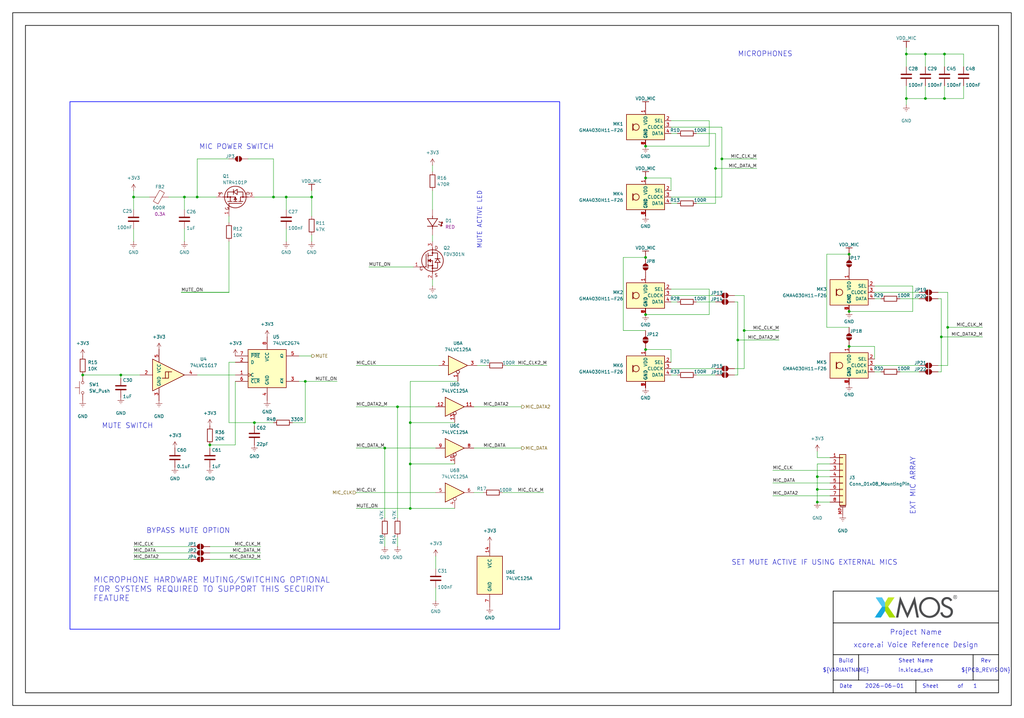
<source format=kicad_sch>
(kicad_sch (version 20231120) (generator "eeschema") (generator_version "8.0")
  (paper "User" 408.94 287.02)
  (title_block (title "xcore.ai Voice Reference Design") (rev "1V0"))
  (junction (at 48.26 149.86))
  (junction (at 377.19 21.59))
  (junction (at 375.92 134.62))
  (junction (at 257.81 71.12))
  (junction (at 101.6 168.91))
  (junction (at 288.29 63.5))
  (junction (at 163.83 185.42))
  (junction (at 158.75 162.56))
  (junction (at 257.81 102.87))
  (junction (at 378.46 130.81))
  (junction (at 339.09 124.46))
  (junction (at 361.95 39.37))
  (junction (at 124.46 78.74))
  (junction (at 163.83 203.2))
  (junction (at 369.57 39.37))
  (junction (at 163.83 168.91))
  (junction (at 294.64 135.89))
  (junction (at 326.39 200.66))
  (junction (at 339.09 101.6))
  (junction (at 83.82 177.8))
  (junction (at 377.19 39.37))
  (junction (at 326.39 190.5))
  (junction (at 339.09 138.43))
  (junction (at 257.81 58.42))
  (junction (at 326.39 195.58))
  (junction (at 361.95 21.59))
  (junction (at 114.3 78.74))
  (junction (at 285.75 67.31))
  (junction (at 369.57 21.59))
  (junction (at 109.22 78.74))
  (junction (at 73.66 78.74))
  (junction (at 297.18 132.08))
  (junction (at 257.81 125.73))
  (junction (at 153.67 179.07))
  (junction (at 121.92 152.4))
  (junction (at 53.34 78.74))
  (junction (at 78.74 78.74))
  (junction (at 257.81 139.7))
  (junction (at 33.02 149.86))
  (wire (pts (xy 248.92 132.08) (xy 257.81 132.08)))
  (wire (pts (xy 153.67 179.07) (xy 153.67 207.01)))
  (wire (pts (xy 267.97 118.11) (xy 285.75 118.11)))
  (wire (pts (xy 173.99 222.25) (xy 173.99 227.33)))
  (wire (pts (xy 142.24 146.05) (xy 175.26 146.05)))
  (wire (pts (xy 364.49 114.3) (xy 364.49 124.46)))
  (wire (pts (xy 326.39 195.58) (xy 331.47 195.58)))
  (wire (pts (xy 83.82 177.8) (xy 93.98 177.8)))
  (wire (pts (xy 91.44 96.52) (xy 91.44 116.84)))
  (wire (pts (xy 374.65 116.84) (xy 378.46 116.84)))
  (wire (pts (xy 142.24 196.85) (xy 173.99 196.85)))
  (wire (pts (xy 367.03 148.59) (xy 359.41 148.59)))
  (wire (pts (xy 158.75 162.56) (xy 158.75 207.01)))
  (wire (pts (xy 101.6 168.91) (xy 109.22 168.91)))
  (wire (pts (xy 83.82 220.98) (xy 104.14 220.98)))
  (wire (pts (xy 326.39 200.66) (xy 331.47 200.66)))
  (wire (pts (xy 114.3 91.44) (xy 114.3 96.52)))
  (wire (pts (xy 288.29 50.8) (xy 288.29 63.5)))
  (wire (pts (xy 330.2 101.6) (xy 330.2 130.81)))
  (wire (pts (xy 283.21 125.73) (xy 257.81 125.73)))
  (wire (pts (xy 326.39 195.58) (xy 326.39 200.66)))
  (wire (pts (xy 172.72 111.76) (xy 172.72 114.3)))
  (wire (pts (xy 121.92 168.91) (xy 121.92 152.4)))
  (wire (pts (xy 285.75 67.31) (xy 285.75 81.28)))
  (wire (pts (xy 53.34 220.98) (xy 76.2 220.98)))
  (wire (pts (xy 190.5 146.05) (xy 194.31 146.05)))
  (wire (pts (xy 369.57 26.67) (xy 369.57 21.59)))
  (polyline (pts (xy 365.76 271.78) (xy 365.76 276.86)) (stroke (width 0.254) (type solid) (color 0 0 0 1)))
  (wire (pts (xy 48.26 149.86) (xy 55.88 149.86)))
  (wire (pts (xy 189.23 196.85) (xy 193.04 196.85)))
  (wire (pts (xy 78.74 78.74) (xy 73.66 78.74)))
  (wire (pts (xy 349.25 114.3) (xy 364.49 114.3)))
  (wire (pts (xy 378.46 146.05) (xy 374.65 146.05)))
  (wire (pts (xy 93.98 144.78) (xy 91.44 144.78)))
  (wire (pts (xy 297.18 118.11) (xy 297.18 132.08)))
  (wire (pts (xy 361.95 34.29) (xy 361.95 39.37)))
  (wire (pts (xy 375.92 119.38) (xy 374.65 119.38)))
  (wire (pts (xy 91.44 168.91) (xy 101.6 168.91)))
  (wire (pts (xy 91.44 88.9) (xy 91.44 86.36)))
  (wire (pts (xy 101.6 170.18) (xy 101.6 168.91)))
  (wire (pts (xy 48.26 149.86) (xy 48.26 151.13)))
  (wire (pts (xy 147.32 106.68) (xy 165.1 106.68)))
  (polyline (pts (xy 332.74 248.92) (xy 398.78 248.92)) (stroke (width 0.254) (type solid) (color 0 0 0 1)))
  (wire (pts (xy 270.51 149.86) (xy 267.97 149.86)))
  (wire (pts (xy 294.64 135.89) (xy 294.64 149.86)))
  (wire (pts (xy 200.66 196.85) (xy 217.17 196.85)))
  (wire (pts (xy 285.75 67.31) (xy 302.26 67.31)))
  (wire (pts (xy 248.92 102.87) (xy 248.92 132.08)))
  (wire (pts (xy 101.6 78.74) (xy 109.22 78.74)))
  (wire (pts (xy 378.46 130.81) (xy 378.46 146.05)))
  (wire (pts (xy 182.88 152.4) (xy 163.83 152.4)))
  (wire (pts (xy 267.97 144.78) (xy 267.97 139.7)))
  (wire (pts (xy 297.18 132.08) (xy 311.15 132.08)))
  (wire (pts (xy 297.18 132.08) (xy 297.18 147.32)))
  (wire (pts (xy 339.09 101.6) (xy 330.2 101.6)))
  (wire (pts (xy 288.29 63.5) (xy 288.29 78.74)))
  (wire (pts (xy 375.92 119.38) (xy 375.92 134.62)))
  (wire (pts (xy 349.25 116.84) (xy 367.03 116.84)))
  (wire (pts (xy 53.34 78.74) (xy 53.34 83.82)))
  (wire (pts (xy 267.97 71.12) (xy 257.81 71.12)))
  (wire (pts (xy 142.24 179.07) (xy 153.67 179.07)))
  (wire (pts (xy 359.41 119.38) (xy 367.03 119.38)))
  (wire (pts (xy 72.39 116.84) (xy 91.44 116.84)) (stroke (width 0.254)))
  (wire (pts (xy 378.46 130.81) (xy 392.43 130.81)))
  (wire (pts (xy 153.67 179.07) (xy 173.99 179.07)))
  (wire (pts (xy 114.3 78.74) (xy 114.3 83.82)))
  (wire (pts (xy 294.64 149.86) (xy 293.37 149.86)))
  (wire (pts (xy 201.93 146.05) (xy 218.44 146.05)))
  (wire (pts (xy 67.31 78.74) (xy 73.66 78.74)))
  (wire (pts (xy 121.92 152.4) (xy 134.62 152.4)))
  (wire (pts (xy 375.92 134.62) (xy 375.92 148.59)))
  (wire (pts (xy 48.26 149.86) (xy 33.02 149.86)))
  (wire (pts (xy 270.51 120.65) (xy 267.97 120.65)))
  (polyline (pts (xy 332.74 271.78) (xy 398.78 271.78)) (stroke (width 0.254) (type solid) (color 0 0 0 1)))
  (wire (pts (xy 267.97 115.57) (xy 283.21 115.57)))
  (wire (pts (xy 293.37 118.11) (xy 297.18 118.11)))
  (wire (pts (xy 331.47 190.5) (xy 326.39 190.5)))
  (wire (pts (xy 351.79 119.38) (xy 349.25 119.38)))
  (wire (pts (xy 377.19 34.29) (xy 377.19 39.37)))
  (wire (pts (xy 158.75 162.56) (xy 173.99 162.56)))
  (wire (pts (xy 53.34 78.74) (xy 59.69 78.74)))
  (wire (pts (xy 330.2 130.81) (xy 339.09 130.81)))
  (wire (pts (xy 124.46 93.98) (xy 124.46 96.52)))
  (wire (pts (xy 189.23 179.07) (xy 208.28 179.07)))
  (wire (pts (xy 124.46 78.74) (xy 124.46 76.2)))
  (wire (pts (xy 142.24 203.2) (xy 163.83 203.2)))
  (wire (pts (xy 361.95 21.59) (xy 361.95 26.67)))
  (wire (pts (xy 83.82 218.44) (xy 104.14 218.44)))
  (wire (pts (xy 283.21 58.42) (xy 257.81 58.42)))
  (wire (pts (xy 91.44 144.78) (xy 91.44 168.91)))
  (wire (pts (xy 326.39 182.88) (xy 331.47 182.88)))
  (wire (pts (xy 163.83 168.91) (xy 163.83 185.42)))
  (wire (pts (xy 73.66 96.52) (xy 73.66 91.44)))
  (wire (pts (xy 326.39 180.34) (xy 326.39 182.88)))
  (wire (pts (xy 172.72 76.2) (xy 172.72 83.82)))
  (polyline (pts (xy 332.74 236.22) (xy 398.78 236.22)) (stroke (width 0.254) (type solid) (color 0 0 0 1)))
  (wire (pts (xy 361.95 39.37) (xy 361.95 41.91)))
  (wire (pts (xy 91.44 63.5) (xy 78.74 63.5)))
  (wire (pts (xy 142.24 162.56) (xy 158.75 162.56)))
  (wire (pts (xy 285.75 81.28) (xy 278.13 81.28)))
  (wire (pts (xy 99.06 63.5) (xy 109.22 63.5)))
  (wire (pts (xy 172.72 66.04) (xy 172.72 68.58)))
  (wire (pts (xy 114.3 78.74) (xy 124.46 78.74)))
  (wire (pts (xy 124.46 142.24) (xy 119.38 142.24)))
  (wire (pts (xy 285.75 53.34) (xy 285.75 67.31)))
  (wire (pts (xy 297.18 147.32) (xy 293.37 147.32)))
  (wire (pts (xy 53.34 223.52) (xy 76.2 223.52)))
  (wire (pts (xy 367.03 146.05) (xy 349.25 146.05)))
  (wire (pts (xy 78.74 63.5) (xy 78.74 78.74)))
  (wire (pts (xy 377.19 39.37) (xy 384.81 39.37)))
  (wire (pts (xy 369.57 21.59) (xy 361.95 21.59)))
  (wire (pts (xy 73.66 78.74) (xy 73.66 83.82)))
  (wire (pts (xy 294.64 120.65) (xy 293.37 120.65)))
  (wire (pts (xy 163.83 168.91) (xy 181.61 168.91)))
  (wire (pts (xy 153.67 214.63) (xy 153.67 218.44)))
  (wire (pts (xy 270.51 81.28) (xy 267.97 81.28)))
  (wire (pts (xy 308.61 198.12) (xy 331.47 198.12)))
  (wire (pts (xy 267.97 50.8) (xy 288.29 50.8)))
  (wire (pts (xy 285.75 147.32) (xy 267.97 147.32)))
  (wire (pts (xy 384.81 34.29) (xy 384.81 39.37)))
  (wire (pts (xy 369.57 39.37) (xy 361.95 39.37)))
  (wire (pts (xy 173.99 234.95) (xy 173.99 240.03)))
  (polyline (pts (xy 332.74 248.92) (xy 332.74 236.22)) (stroke (width 0.254) (type solid) (color 0 0 0 1)))
  (wire (pts (xy 124.46 78.74) (xy 124.46 86.36)))
  (wire (pts (xy 375.92 148.59) (xy 374.65 148.59)))
  (wire (pts (xy 349.25 138.43) (xy 339.09 138.43)))
  (wire (pts (xy 257.81 102.87) (xy 248.92 102.87)))
  (wire (pts (xy 361.95 19.05) (xy 361.95 21.59)))
  (wire (pts (xy 349.25 143.51) (xy 349.25 138.43)))
  (wire (pts (xy 172.72 93.98) (xy 172.72 96.52)))
  (wire (pts (xy 53.34 78.74) (xy 53.34 76.2)))
  (wire (pts (xy 378.46 116.84) (xy 378.46 130.81)))
  (wire (pts (xy 83.82 179.07) (xy 83.82 177.8)))
  (wire (pts (xy 326.39 190.5) (xy 326.39 195.58)))
  (wire (pts (xy 326.39 185.42) (xy 326.39 190.5)))
  (wire (pts (xy 331.47 185.42) (xy 326.39 185.42)))
  (wire (pts (xy 288.29 78.74) (xy 267.97 78.74)))
  (wire (pts (xy 375.92 134.62) (xy 392.43 134.62)))
  (wire (pts (xy 278.13 53.34) (xy 285.75 53.34)))
  (wire (pts (xy 308.61 193.04) (xy 331.47 193.04)))
  (wire (pts (xy 369.57 34.29) (xy 369.57 39.37)))
  (wire (pts (xy 278.13 120.65) (xy 285.75 120.65)))
  (wire (pts (xy 283.21 48.26) (xy 283.21 58.42)))
  (wire (pts (xy 163.83 185.42) (xy 163.83 203.2)))
  (wire (pts (xy 53.34 91.44) (xy 53.34 96.52)))
  (wire (pts (xy 109.22 78.74) (xy 114.3 78.74)))
  (wire (pts (xy 163.83 203.2) (xy 181.61 203.2)))
  (wire (pts (xy 270.51 53.34) (xy 267.97 53.34)))
  (wire (pts (xy 163.83 185.42) (xy 181.61 185.42)))
  (wire (pts (xy 158.75 214.63) (xy 158.75 218.44)))
  (wire (pts (xy 121.92 152.4) (xy 119.38 152.4)))
  (wire (pts (xy 189.23 162.56) (xy 208.28 162.56)))
  (wire (pts (xy 93.98 149.86) (xy 78.74 149.86)))
  (wire (pts (xy 267.97 48.26) (xy 283.21 48.26)))
  (wire (pts (xy 109.22 63.5) (xy 109.22 78.74)))
  (polyline (pts (xy 332.74 261.62) (xy 398.78 261.62)) (stroke (width 0.254) (type solid) (color 0 0 0 1)))
  (wire (pts (xy 267.97 139.7) (xy 257.81 139.7)))
  (wire (pts (xy 288.29 63.5) (xy 302.26 63.5)))
  (polyline (pts (xy 342.9 261.62) (xy 342.9 271.78)) (stroke (width 0.254) (type solid) (color 0 0 0 1)))
  (wire (pts (xy 294.64 135.89) (xy 311.15 135.89)))
  (wire (pts (xy 86.36 78.74) (xy 78.74 78.74)))
  (wire (pts (xy 93.98 177.8) (xy 93.98 152.4)))
  (wire (pts (xy 53.34 218.44) (xy 76.2 218.44)))
  (wire (pts (xy 369.57 39.37) (xy 377.19 39.37)))
  (wire (pts (xy 83.82 223.52) (xy 104.14 223.52)))
  (wire (pts (xy 116.84 168.91) (xy 121.92 168.91)))
  (wire (pts (xy 369.57 21.59) (xy 377.19 21.59)))
  (polyline (pts (xy 332.74 276.86) (xy 332.74 248.92)) (stroke (width 0.254) (type solid) (color 0 0 0 1)))
  (wire (pts (xy 384.81 26.67) (xy 384.81 21.59)))
  (wire (pts (xy 285.75 149.86) (xy 278.13 149.86)))
  (wire (pts (xy 377.19 21.59) (xy 377.19 26.67)))
  (wire (pts (xy 283.21 115.57) (xy 283.21 125.73)))
  (wire (pts (xy 163.83 152.4) (xy 163.83 168.91)))
  (wire (pts (xy 351.79 148.59) (xy 349.25 148.59)))
  (wire (pts (xy 308.61 187.96) (xy 331.47 187.96)))
  (wire (pts (xy 294.64 120.65) (xy 294.64 135.89)))
  (polyline (pts (xy 388.62 261.62) (xy 388.62 271.78)) (stroke (width 0.254) (type solid) (color 0 0 0 1)))
  (wire (pts (xy 364.49 124.46) (xy 339.09 124.46)))
  (wire (pts (xy 267.97 76.2) (xy 267.97 71.12)))
  (wire (pts (xy 377.19 21.59) (xy 384.81 21.59)))
  (rectangle (start 398.78 10.16) (end 10.16 276.86) (stroke (width 0.254) (color 0 0 0 1)))
  (rectangle (start 223.52 40.64) (end 27.94 251.46) (stroke (width 0.254) (color 0 0 255 1)))
  (rectangle (start 403.86 5.08) (end 5.08 281.94) (stroke (width 0.254) (color 0 0 0 1)))
  (image (at 365.76 242.468) (scale 0.119293))
  (text_box "MICROPHONE HARDWARE MUTING/SWITCHING OPTIONAL FOR SYSTEMS REQUIRED TO SUPPORT THIS SECURITY FEATURE" (at 134.62 228.6 0) (size -99.06 17.78) (stroke (width -0.0001) (color 0 0 0 1)) (fill (type color) (color 255 255 255 1)) (effects (font (size 2.286 2.286)) (justify left top)))
  (text "Date" (at 337.82 274.32 0) (effects (font (size 1.524 1.524))))
  (text "SET MUTE ACTIVE IF USING EXTERNAL MICS" (at 292.1 226.06 0) (effects (font (size 2.032 2.032)) (justify left bottom)))
  (text "of" (at 383.54 274.32 0) (effects (font (size 1.524 1.524))))
  (text "MUTE SWITCH" (at 40.64 171.45 0) (effects (font (size 2.032 2.032)) (justify left bottom)))
  (text "${VARIANTNAME}" (at 337.82 267.97 0) (effects (font (size 1.524 1.524))))
  (text "${CURRENT_DATE}" (at 345.44 274.32 0) (effects (font (size 1.524 1.524)) (justify left)))
  (text "Sheet Name" (at 365.76 264.16 0) (effects (font (size 1.524 1.524))))
  (text "MUTE ACTIVE LED" (at 190.5 76.2 90) (effects (font (size 1.778 1.778)) (justify right top)))
  (text "${PCB_REVISION}" (at 393.7 267.97 0) (effects (font (size 1.524 1.524))))
  (text "Build" (at 337.82 264.16 0) (effects (font (size 1.524 1.524))))
  (text "Project Name" (at 365.76 254 0) (effects (font (size 2.032 2.032)) (justify bottom)))
  (text "${##}" (at 388.62 274.32 0) (effects (font (size 1.524 1.524)) (justify left)))
  (text "${#}" (at 378.46 274.32 0) (effects (font (size 1.524 1.524))))
  (text "Rev" (at 393.7 264.16 0) (effects (font (size 1.524 1.524))))
  (text "${FILENAME}" (at 365.76 267.97 0) (effects (font (size 1.524 1.524))))
  (text "BYPASS MUTE OPTION" (at 58.42 213.36 0) (effects (font (size 2.032 2.032)) (justify left bottom)))
  (text "MICROPHONES" (at 294.64 22.86 0) (effects (font (size 2.032 2.032)) (justify left bottom)))
  (text "${TITLE}" (at 365.76 259.08 0) (effects (font (size 2.032 2.032)) (justify bottom)))
  (text "Sheet" (at 368.3 274.32 0) (effects (font (size 1.524 1.524)) (justify left)))
  (text "EXT MIC ARRAY" (at 365.76 205.74 90) (effects (font (size 2.032 2.032)) (justify left bottom)))
  (text "MIC POWER SWITCH" (at 79.502 59.944 0) (effects (font (size 2.032 2.032)) (justify left bottom)))
  (label "MIC_DATA_M" (at 302.26 67.31 180))
  (label "MIC_CLK2_M" (at 218.44 146.05 180))
  (label "MIC_CLK" (at 308.61 187.96 0))
  (label "MIC_DATA" (at 193.04 179.07 0))
  (label "MIC_DATA2" (at 53.34 223.52 0))
  (label "MIC_CLK_M" (at 392.43 130.81 180))
  (label "MUTE_ON" (at 134.62 152.4 180))
  (label "MIC_DATA" (at 53.34 220.98 0))
  (label "MIC_CLK_M" (at 302.26 63.5 180))
  (label "MIC_DATA_M" (at 142.24 179.07 0))
  (label "MUTE_ON" (at 147.32 106.68 0))
  (label "MIC_DATA2_M" (at 142.24 162.56 0))
  (label "MIC_DATA2_M" (at 311.15 135.89 180))
  (label "MIC_DATA2_M" (at 104.14 223.52 180))
  (label "MIC_CLK" (at 53.34 218.44 0))
  (label "MIC_CLK_M" (at 104.14 218.44 180))
  (label "MIC_CLK" (at 142.24 196.85 0))
  (label "MUTE_ON" (at 142.24 203.2 0))
  (label "MUTE_ON" (at 72.39 116.84 0))
  (label "MIC_CLK_M" (at 311.15 132.08 180))
  (label "MIC_DATA" (at 308.61 193.04 0))
  (label "MIC_CLK_M" (at 217.17 196.85 180))
  (label "MIC_CLK" (at 142.24 146.05 0))
  (label "MIC_DATA2" (at 193.04 162.56 0))
  (label "MIC_DATA2_M" (at 392.43 134.62 180))
  (label "MIC_DATA2" (at 308.61 198.12 0))
  (label "MIC_DATA_M" (at 104.14 220.98 180))
  (hierarchical_label "MIC_CLK" (shape input) (at 142.24 196.85 180))
  (hierarchical_label "MUTE" (shape output) (at 124.46 142.24 0))
  (hierarchical_label "MIC_DATA2" (shape output) (at 208.28 162.56 0))
  (hierarchical_label "MIC_DATA" (shape output) (at 208.28 179.07 0))
  (symbol (lib_id "Device:R") (at 153.67 210.82 0) (unit 1)
    (property "Reference" "R18" (at 153.162 213.614 90) (effects (justify right bottom)))
    (property "Value" "47K" (at 153.162 207.772 90) (effects (justify left bottom)))
    (property "Footprint" "Resistor_SMD:R_0402_1005Metric" (effects (hide yes)))
    (property "Description" "Resistor" (effects (hide yes)))
    (property "ALTIUM_VALUE" "47K" (effects (hide yes)))
    (property "PART NUMBER" "STD-01-0096" (effects (hide yes)))
    (property "TOLERANCE" "1%" (effects (hide yes)))
    (property "MAX VOLTAGE" "50V" (effects (hide yes)))
    (property "MAX POWER" "63mW" (effects (hide yes)))
    (property "TEMPERATURE COEFFICIENT" "±100ppm/°C" (effects (hide yes)))
    (property "MANUFACTURER" "Yageo" (effects (hide yes)))
    (property "MANUFACTURER PART NUMBER" "RC0402FR-0747KL" (effects (hide yes)))
    (property "APPROX VOLUME COST ($)" "0.002" (effects (hide yes)))
  )
  (symbol (lib_id "Device:C") (at 83.82 182.88 0) (unit 1)
    (property "Reference" "C61" (at 84.582 180.594 0) (effects (justify left bottom)))
    (property "Value" "1uF" (at 84.582 185.674 0) (effects (justify left top)))
    (property "Footprint" "Capacitor_SMD:C_0402_1005Metric" (effects (hide yes)))
    (property "Description" "Unpolarized capacitor" (effects (hide yes)))
    (property "ALTIUM_VALUE" "1U" (effects (hide yes)))
    (property "PART NUMBER" "STD-06-0140" (effects (hide yes)))
    (property "DIELECTRIC" "X5R" (effects (hide yes)))
    (property "RATED VOLTAGE" "16V" (effects (hide yes)))
    (property "TOLERANCE" "20%" (effects (hide yes)))
    (property "MANUFACTURER" "Murata" (effects (hide yes)))
    (property "MANUFACTURER PART NUMBER" "GRM155R61C105MA12D" (effects (hide yes)))
    (property "APPROX VOLUME COST ($)" "0.011" (effects (hide yes)))
    (property "WEB SEARCH LINK" "http://www.google.com/search?q=GRM155R61C105MA12D" (effects (hide yes)))
  )
  (symbol (lib_id "Device:R") (at 274.32 53.34 90) (unit 1)
    (property "Reference" "R10" (at 271.526 51.308 90) (effects (justify left bottom)))
    (property "Value" "100R" (at 282.194 51.308 90) (effects (justify left bottom)))
    (property "Footprint" "Resistor_SMD:R_0402_1005Metric" (effects (hide yes)))
    (property "Description" "Resistor" (effects (hide yes)))
    (property "ALTIUM_VALUE" "100R" (effects (hide yes)))
    (property "PART NUMBER" "STD-01-0032" (effects (hide yes)))
    (property "TOLERANCE" "1%" (effects (hide yes)))
    (property "MAX VOLTAGE" "50V" (effects (hide yes)))
    (property "MAX POWER" "63mW" (effects (hide yes)))
    (property "TEMPERATURE COEFFICIENT" "±100ppm/°C" (effects (hide yes)))
    (property "MANUFACTURER" "Yageo" (effects (hide yes)))
    (property "MANUFACTURER PART NUMBER" "RC0402FR-07100RL" (effects (hide yes)))
    (property "APPROX VOLUME COST ($)" "0.002" (effects (hide yes)))
  )
  (symbol (lib_id "power:Earth") (at 173.99 240.03 0) (unit 1)
    (property "Reference" "#PWR0170" (effects (hide yes)))
    (property "Value" "GND" (at 173.99 244.348 0))
    (property "Description" "Power symbol creates a global label with name \"Earth\"" (effects (hide yes)))
  )
  (symbol (lib_id "Connector_Generic_MountingPin:Conn_01x08_MountingPin") (at 336.55 190.5 0) (unit 1)
    (property "Reference" "J3" (at 339.09 190.8555 0) (effects (justify left)))
    (property "Value" "Conn_01x08_MountingPin" (at 339.09 193.3955 0) (effects (justify left)))
    (property "Footprint" "Connector_FFC-FPC:Hirose_FH12-8S-0.5SH_1x08-1MP_P0.50mm_Horizontal" (effects (hide yes)))
    (property "Description" "Generic connectable mounting pin connector, single row, 01x08, script generated (kicad-library-utils/schlib/autogen/connector/)" (effects (hide yes)))
  )
  (symbol (lib_id "Signal-altium-import:VDD_MIC_BAR") (at 257.81 43.18 180) (unit 1)
    (property "Reference" "#PWR014" (effects (hide yes)))
    (property "Value" "VDD_MIC" (at 257.81 39.37 0))
  )
  (symbol (lib_id "power:Earth") (at 158.75 218.44 0) (unit 1)
    (property "Reference" "#PWR037" (effects (hide yes)))
    (property "Value" "GND" (at 158.75 222.758 0))
    (property "Description" "Power symbol creates a global label with name \"Earth\"" (effects (hide yes)))
  )
  (symbol (lib_id "Device:R") (at 91.44 92.71 0) (unit 1)
    (property "Reference" "R12" (at 92.964 92.202 0) (effects (justify left bottom)))
    (property "Value" "10K" (at 92.964 94.742 0) (effects (justify left bottom)))
    (property "Footprint" "Resistor_SMD:R_0402_1005Metric" (effects (hide yes)))
    (property "Description" "Resistor" (effects (hide yes)))
    (property "ALTIUM_VALUE" "10K" (effects (hide yes)))
    (property "PART NUMBER" "STD-01-0080" (effects (hide yes)))
    (property "TOLERANCE" "1%" (effects (hide yes)))
    (property "MAX VOLTAGE" "50V" (effects (hide yes)))
    (property "MAX POWER" "63mW" (effects (hide yes)))
    (property "TEMPERATURE COEFFICIENT" "±100ppm/°C" (effects (hide yes)))
    (property "MANUFACTURER" "Yageo" (effects (hide yes)))
    (property "MANUFACTURER PART NUMBER" "RC0402FR-0710KL" (effects (hide yes)))
    (property "APPROX VOLUME COST ($)" "0.002" (effects (hide yes)))
    (property "WEB SEARCH LINK" "http://www.google.com/search?q=RC0402FR-0710KL" (effects (hide yes)))
  )
  (symbol (lib_id "74xGxx:74LVC1G17") (at 68.58 149.86 0) (unit 1)
    (property "Reference" "U4" (at 81.28 143.5414 0))
    (property "Value" "74LVC1G17" (at 81.28 146.0814 0))
    (property "Footprint" "Package_TO_SOT_SMD:SOT-23-5" (effects (hide yes)))
    (property "Datasheet" "https://www.ti.com/lit/ds/symlink/sn74lvc1g17.pdf" (effects (hide yes)))
    (property "Description" "Single Schmitt Buffer Gate, Low-Voltage CMOS" (effects (hide yes)))
  )
  (symbol (lib_id "Jumper:SolderJumper_2_Open") (at 370.84 119.38 0) (unit 1) (exclude_from_sim yes) (in_bom no)
    (property "Reference" "JP20" (at 367.538 118.364 0))
    (property "Value" "SolderJumper_2_Open" (effects (hide yes)))
    (property "Footprint" "Jumper:SolderJumper-2_P1.3mm_Open_RoundedPad1.0x1.5mm" (effects (hide yes)))
    (property "Description" "Solder Jumper, 2-pole, open" (effects (hide yes)))
  )
  (symbol (lib_id "Device:C") (at 173.99 231.14 0) (unit 1)
    (property "Reference" "C31" (at 174.752 228.854 0) (effects (justify left bottom)))
    (property "Value" "100nF" (at 174.752 233.934 0) (effects (justify left top)))
    (property "Footprint" "Capacitor_SMD:C_0402_1005Metric" (effects (hide yes)))
    (property "Description" "Unpolarized capacitor" (effects (hide yes)))
    (property "ALTIUM_VALUE" "100N" (effects (hide yes)))
    (property "PART NUMBER" "STD-06-0048" (effects (hide yes)))
    (property "DIELECTRIC" "X7R" (effects (hide yes)))
    (property "RATED VOLTAGE" "16V" (effects (hide yes)))
    (property "TOLERANCE" "10%" (effects (hide yes)))
    (property "MANUFACTURER" "Yageo" (effects (hide yes)))
    (property "MANUFACTURER PART NUMBER" "CC0402KRX7R7BB104" (effects (hide yes)))
    (property "APPROX VOLUME COST ($)" "0.003" (effects (hide yes)))
  )
  (symbol (lib_id "Device:C") (at 69.85 182.88 0) (unit 1)
    (property "Reference" "C60" (at 70.612 180.594 0) (effects (justify left bottom)))
    (property "Value" "0.1uF" (at 70.612 185.674 0) (effects (justify left top)))
    (property "Footprint" "Capacitor_SMD:C_0402_1005Metric" (effects (hide yes)))
    (property "Description" "Unpolarized capacitor" (effects (hide yes)))
    (property "ALTIUM_VALUE" "0.1U" (effects (hide yes)))
    (property "PART NUMBER" "STD-06-0140" (effects (hide yes)))
    (property "DIELECTRIC" "X5R" (effects (hide yes)))
    (property "RATED VOLTAGE" "16V" (effects (hide yes)))
    (property "TOLERANCE" "20%" (effects (hide yes)))
    (property "MANUFACTURER" "Murata" (effects (hide yes)))
    (property "MANUFACTURER PART NUMBER" "GRM155R61C105MA12D" (effects (hide yes)))
    (property "APPROX VOLUME COST ($)" "0.011" (effects (hide yes)))
    (property "WEB SEARCH LINK" "http://www.google.com/search?q=GRM155R61C105MA12D" (effects (hide yes)))
  )
  (symbol (lib_id "Switch:SW_Push") (at 33.02 154.94 90) (unit 1)
    (property "Reference" "SW1" (at 35.56 153.6699 90) (effects (justify right)))
    (property "Value" "SW_Push" (at 35.56 156.2099 90) (effects (justify right)))
    (property "Footprint" "Button_Switch_SMD:SW_SPST_PTS645" (effects (hide yes)))
    (property "Description" "Push button switch, generic, two pins" (effects (hide yes)))
  )
  (symbol (lib_id "power:Earth") (at 73.66 96.52 0) (unit 1)
    (property "Reference" "#PWR0158" (effects (hide yes)))
    (property "Value" "GND" (at 73.66 100.838 0))
    (property "Description" "Power symbol creates a global label with name \"Earth\"" (effects (hide yes)))
  )
  (symbol (lib_id "power:Earth") (at 53.34 96.52 0) (unit 1)
    (property "Reference" "#PWR0157" (effects (hide yes)))
    (property "Value" "GND" (at 53.34 100.838 0))
    (property "Description" "Power symbol creates a global label with name \"Earth\"" (effects (hide yes)))
  )
  (symbol (lib_id "power:+3V3") (at 83.82 170.18 0) (unit 1)
    (property "Reference" "#PWR030" (effects (hide yes)))
    (property "Value" "+3V3" (at 83.82 165.1 0))
    (property "Description" "Power symbol creates a global label with name \"+3V3\"" (effects (hide yes)))
  )
  (symbol (lib_id "Signal-altium-import:VDD_MIC_BAR") (at 257.81 71.12 180) (unit 1)
    (property "Reference" "#PWR082" (effects (hide yes)))
    (property "Value" "VDD_MIC" (at 257.81 67.31 0))
  )
  (symbol (lib_id "Jumper:SolderJumper_2_Open") (at 289.56 120.65 0) (unit 1) (exclude_from_sim yes) (in_bom no)
    (property "Reference" "JP14" (at 286.258 119.634 0))
    (property "Value" "SolderJumper_2_Open" (effects (hide yes)))
    (property "Footprint" "Jumper:SolderJumper-2_P1.3mm_Open_RoundedPad1.0x1.5mm" (effects (hide yes)))
    (property "Description" "Solder Jumper, 2-pole, open" (effects (hide yes)))
  )
  (symbol (lib_id "Device:R") (at 124.46 90.17 0) (unit 1)
    (property "Reference" "R11" (at 125.984 89.916 0) (effects (justify left bottom)))
    (property "Value" "47K" (at 125.984 92.456 0) (effects (justify left bottom)))
    (property "Footprint" "Resistor_SMD:R_0402_1005Metric" (effects (hide yes)))
    (property "Description" "Resistor" (effects (hide yes)))
    (property "ALTIUM_VALUE" "47K" (effects (hide yes)))
    (property "PART NUMBER" "STD-01-0096" (effects (hide yes)))
    (property "TOLERANCE" "1%" (effects (hide yes)))
    (property "MAX VOLTAGE" "50V" (effects (hide yes)))
    (property "MAX POWER" "63mW" (effects (hide yes)))
    (property "TEMPERATURE COEFFICIENT" "±100ppm/°C" (effects (hide yes)))
    (property "MANUFACTURER" "Yageo" (effects (hide yes)))
    (property "MANUFACTURER PART NUMBER" "RC0402FR-0747KL" (effects (hide yes)))
    (property "APPROX VOLUME COST ($)" "0.002" (effects (hide yes)))
    (property "WEB SEARCH LINK" "http://www.google.com/search?q=RC0402FR-0747KL" (effects (hide yes)))
  )
  (symbol (lib_id "Jumper:SolderJumper_2_Open") (at 339.09 134.62 270) (unit 1) (exclude_from_sim yes) (in_bom no)
    (property "Reference" "JP18" (at 341.884 132.334 90))
    (property "Value" "SolderJumper_2_Open" (effects (hide yes)))
    (property "Footprint" "Jumper:SolderJumper-2_P1.3mm_Open_RoundedPad1.0x1.5mm" (effects (hide yes)))
    (property "Description" "Solder Jumper, 2-pole, open" (effects (hide yes)))
  )
  (symbol (lib_id "power:+3V3") (at 326.39 180.34 0) (unit 1)
    (property "Reference" "#PWR092" (effects (hide yes)))
    (property "Value" "+3V3" (at 326.39 175.26 0))
    (property "Description" "Power symbol creates a global label with name \"+3V3\"" (effects (hide yes)))
  )
  (symbol (lib_id "Signal-altium-import:U_Mics Mute_0_LED") (at 167.64 93.98 0) (unit 1)
    (property "Reference" "D1" (at 177.8 88.9 0) (effects (justify left bottom)))
    (property "Value" "APT1608" (effects (hide yes)))
    (property "Footprint" "LED_SMD:LED_0603_1608Metric" (effects (hide yes)))
    (property "ALTIUM_VALUE" "APT1608" (effects (hide yes)))
    (property "PART NUMBER" "GEN-17-0008" (effects (hide yes)))
    (property "COLOUR" "RED" (at 177.8 91.44 0) (effects (justify left bottom)))
    (property "MANUFACTURER" "Kingbright" (effects (hide yes)))
    (property "MANUFACTURER PART NUMBER" "APT1608SURCK" (effects (hide yes)))
    (property "APPROX VOLUME COST ($)" "0.06" (effects (hide yes)))
  )
  (symbol (lib_id "power:Earth") (at 33.02 160.02 0) (unit 1)
    (property "Reference" "#PWR024" (effects (hide yes)))
    (property "Value" "GND" (at 33.02 166.37 0))
    (property "Description" "Power symbol creates a global label with name \"Earth\"" (effects (hide yes)))
  )
  (symbol (lib_id "power:+3V3") (at 172.72 66.04 0) (unit 1)
    (property "Reference" "#PWR09" (effects (hide yes)))
    (property "Value" "+3V3" (at 172.72 60.96 0))
    (property "Description" "Power symbol creates a global label with name \"+3V3\"" (effects (hide yes)))
  )
  (symbol (lib_id "Jumper:SolderJumper_2_Open") (at 289.56 149.86 0) (unit 1) (exclude_from_sim yes) (in_bom no)
    (property "Reference" "JP16" (at 286.258 148.844 0))
    (property "Value" "SolderJumper_2_Open" (effects (hide yes)))
    (property "Footprint" "Jumper:SolderJumper-2_P1.3mm_Open_RoundedPad1.0x1.5mm" (effects (hide yes)))
    (property "Description" "Solder Jumper, 2-pole, open" (effects (hide yes)))
  )
  (symbol (lib_id "Jumper:SolderJumper_2_Open") (at 80.01 220.98 180) (unit 1) (exclude_from_sim yes) (in_bom no)
    (property "Reference" "JP2" (at 76.708 219.964 0))
    (property "Value" "SolderJumper_2_Open" (effects (hide yes)))
    (property "Footprint" "Jumper:SolderJumper-2_P1.3mm_Open_RoundedPad1.0x1.5mm" (effects (hide yes)))
    (property "Description" "Solder Jumper, 2-pole, open" (effects (hide yes)))
  )
  (symbol (lib_id "INGHAi GMA4030H11-F26:GMA4030H11-F26") (at 339.09 146.05 0) (unit 1)
    (property "Reference" "MK5" (at 330.2 144.7799 0) (effects (justify right)))
    (property "Value" "GMA4030H11-F26" (at 330.2 147.3199 0) (effects (justify right)))
    (property "Footprint" "Library:XDCR_CMM-4030DT-26154-TR" (effects (hide yes)))
    (property "Datasheet" "https://www.lcsc.com/datasheet/lcsc_datasheet_2005071903_INGHAi-GMA4030H11-F26_C498193.pdf" (effects (hide yes)))
    (property "Description" "Digital MEMS Microphone" (effects (hide yes)))
  )
  (symbol (lib_id "INGHAi GMA4030H11-F26:GMA4030H11-F26") (at 257.81 78.74 0) (unit 1)
    (property "Reference" "MK4" (at 248.92 77.4699 0) (effects (justify right)))
    (property "Value" "GMA4030H11-F26" (at 248.92 80.0099 0) (effects (justify right)))
    (property "Footprint" "Library:XDCR_CMM-4030DT-26154-TR" (effects (hide yes)))
    (property "Datasheet" "https://www.lcsc.com/datasheet/lcsc_datasheet_2005071903_INGHAi-GMA4030H11-F26_C498193.pdf" (effects (hide yes)))
    (property "Description" "Digital MEMS Microphone" (effects (hide yes)))
  )
  (symbol (lib_id "Jumper:SolderJumper_2_Open") (at 80.01 218.44 0) (unit 1) (exclude_from_sim yes) (in_bom no)
    (property "Reference" "JP1" (at 76.708 217.424 0))
    (property "Value" "SolderJumper_2_Open" (effects (hide yes)))
    (property "Footprint" "Jumper:SolderJumper-2_P1.3mm_Open_RoundedPad1.0x1.5mm" (effects (hide yes)))
    (property "Description" "Solder Jumper, 2-pole, open" (effects (hide yes)))
  )
  (symbol (lib_id "power:Earth") (at 195.58 242.57 0) (unit 1)
    (property "Reference" "#PWR07" (effects (hide yes)))
    (property "Value" "GND" (at 195.58 246.888 0))
    (property "Description" "Power symbol creates a global label with name \"Earth\"" (effects (hide yes)))
  )
  (symbol (lib_id "Device:R") (at 355.6 119.38 90) (unit 1)
    (property "Reference" "R29" (at 352.806 117.348 90) (effects (justify left bottom)))
    (property "Value" "100R" (at 363.474 117.348 90) (effects (justify left bottom)))
    (property "Footprint" "Resistor_SMD:R_0402_1005Metric" (effects (hide yes)))
    (property "Description" "Resistor" (effects (hide yes)))
    (property "ALTIUM_VALUE" "100R" (effects (hide yes)))
    (property "PART NUMBER" "STD-01-0032" (effects (hide yes)))
    (property "TOLERANCE" "1%" (effects (hide yes)))
    (property "MAX VOLTAGE" "50V" (effects (hide yes)))
    (property "MAX POWER" "63mW" (effects (hide yes)))
    (property "TEMPERATURE COEFFICIENT" "±100ppm/°C" (effects (hide yes)))
    (property "MANUFACTURER" "Yageo" (effects (hide yes)))
    (property "MANUFACTURER PART NUMBER" "RC0402FR-07100RL" (effects (hide yes)))
    (property "APPROX VOLUME COST ($)" "0.002" (effects (hide yes)))
  )
  (symbol (lib_id "power:Earth") (at 63.5 160.02 0) (unit 1)
    (property "Reference" "#PWR027" (effects (hide yes)))
    (property "Value" "GND" (at 63.5 166.37 0))
    (property "Description" "Power symbol creates a global label with name \"Earth\"" (effects (hide yes)))
  )
  (symbol (lib_id "Signal-altium-import:VDD_MIC_BAR") (at 257.81 102.87 180) (unit 1)
    (property "Reference" "#PWR084" (effects (hide yes)))
    (property "Value" "VDD_MIC" (at 257.81 99.06 0))
  )
  (symbol (lib_id "Device:R") (at 33.02 146.05 0) (unit 1)
    (property "Reference" "R15" (at 35.052 145.542 0) (effects (justify left bottom)))
    (property "Value" "10K" (at 35.052 148.082 0) (effects (justify left bottom)))
    (property "Footprint" "Resistor_SMD:R_0402_1005Metric" (effects (hide yes)))
    (property "Description" "Resistor" (effects (hide yes)))
    (property "ALTIUM_VALUE" "10K" (effects (hide yes)))
    (property "PART NUMBER" "STD-01-0080" (effects (hide yes)))
    (property "TOLERANCE" "1%" (effects (hide yes)))
    (property "MAX VOLTAGE" "50V" (effects (hide yes)))
    (property "MAX POWER" "63mW" (effects (hide yes)))
    (property "TEMPERATURE COEFFICIENT" "±100ppm/°C" (effects (hide yes)))
    (property "MANUFACTURER" "Yageo" (effects (hide yes)))
    (property "MANUFACTURER PART NUMBER" "RC0402FR-0710KL" (effects (hide yes)))
    (property "APPROX VOLUME COST ($)" "0.002" (effects (hide yes)))
    (property "WEB SEARCH LINK" "http://www.google.com/search?q=RC0402FR-0710KL" (effects (hide yes)))
  )
  (symbol (lib_id "Device:FerriteBead") (at 63.5 78.74 90) (unit 1)
    (property "Reference" "FB2" (at 65.786 73.914 90) (effects (justify left bottom)))
    (property "Value" "600R" (at 66.04 82.296 90) (effects (justify left bottom)))
    (property "Footprint" "Inductor_SMD:L_0402_1005Metric" (effects (hide yes)))
    (property "Description" "Ferrite bead" (effects (hide yes)))
    (property "ALTIUM_VALUE" "600R" (effects (hide yes)))
    (property "PART NUMBER" "GEN-04-0011" (effects (hide yes)))
    (property "RATED CURRENT" "0.3A" (at 66.04 84.836 90) (effects (justify left bottom)))
    (property "MAX DCR" "0.85R" (effects (hide yes)))
    (property "MANUFACTURER" "Taiyo Yuden" (effects (hide yes)))
    (property "MANUFACTURER PART NUMBER" "BKH1005LM601-T" (effects (hide yes)))
    (property "APPROX VOLUME COST ($)" "0.014" (effects (hide yes)))
    (property "WEB SEARCH LINK" "http://www.google.com/search?q=BKH1005LM601-T" (effects (hide yes)))
  )
  (symbol (lib_id "Device:C") (at 73.66 87.63 0) (unit 1)
    (property "Reference" "C26" (at 74.422 85.344 0) (effects (justify left bottom)))
    (property "Value" "1uF" (at 74.422 90.424 0) (effects (justify left top)))
    (property "Footprint" "Capacitor_SMD:C_0402_1005Metric" (effects (hide yes)))
    (property "Description" "Unpolarized capacitor" (effects (hide yes)))
    (property "ALTIUM_VALUE" "1U" (effects (hide yes)))
    (property "PART NUMBER" "STD-06-0140" (effects (hide yes)))
    (property "DIELECTRIC" "X5R" (effects (hide yes)))
    (property "RATED VOLTAGE" "16V" (effects (hide yes)))
    (property "TOLERANCE" "20%" (effects (hide yes)))
    (property "MANUFACTURER" "Murata" (effects (hide yes)))
    (property "MANUFACTURER PART NUMBER" "GRM155R61C105MA12D" (effects (hide yes)))
    (property "APPROX VOLUME COST ($)" "0.011" (effects (hide yes)))
    (property "WEB SEARCH LINK" "http://www.google.com/search?q=GRM155R61C105MA12D" (effects (hide yes)))
  )
  (symbol (lib_id "Signal-altium-import:VDD_MIC_BAR") (at 124.46 76.2 180) (unit 1)
    (property "Reference" "#PWR0151" (effects (hide yes)))
    (property "Value" "VDD_MIC" (at 124.46 72.39 0))
  )
  (symbol (lib_id "Device:R") (at 355.6 148.59 90) (unit 1)
    (property "Reference" "R30" (at 352.806 146.558 90) (effects (justify left bottom)))
    (property "Value" "100R" (at 363.474 146.558 90) (effects (justify left bottom)))
    (property "Footprint" "Resistor_SMD:R_0402_1005Metric" (effects (hide yes)))
    (property "Description" "Resistor" (effects (hide yes)))
    (property "ALTIUM_VALUE" "100R" (effects (hide yes)))
    (property "PART NUMBER" "STD-01-0032" (effects (hide yes)))
    (property "TOLERANCE" "1%" (effects (hide yes)))
    (property "MAX VOLTAGE" "50V" (effects (hide yes)))
    (property "MAX POWER" "63mW" (effects (hide yes)))
    (property "TEMPERATURE COEFFICIENT" "±100ppm/°C" (effects (hide yes)))
    (property "MANUFACTURER" "Yageo" (effects (hide yes)))
    (property "MANUFACTURER PART NUMBER" "RC0402FR-07100RL" (effects (hide yes)))
    (property "APPROX VOLUME COST ($)" "0.002" (effects (hide yes)))
  )
  (symbol (lib_id "Device:R") (at 274.32 81.28 90) (unit 1)
    (property "Reference" "R13" (at 271.526 79.248 90) (effects (justify left bottom)))
    (property "Value" "100R" (at 282.194 79.248 90) (effects (justify left bottom)))
    (property "Footprint" "Resistor_SMD:R_0402_1005Metric" (effects (hide yes)))
    (property "Description" "Resistor" (effects (hide yes)))
    (property "ALTIUM_VALUE" "100R" (effects (hide yes)))
    (property "PART NUMBER" "STD-01-0032" (effects (hide yes)))
    (property "TOLERANCE" "1%" (effects (hide yes)))
    (property "MAX VOLTAGE" "50V" (effects (hide yes)))
    (property "MAX POWER" "63mW" (effects (hide yes)))
    (property "TEMPERATURE COEFFICIENT" "±100ppm/°C" (effects (hide yes)))
    (property "MANUFACTURER" "Yageo" (effects (hide yes)))
    (property "MANUFACTURER PART NUMBER" "RC0402FR-07100RL" (effects (hide yes)))
    (property "APPROX VOLUME COST ($)" "0.002" (effects (hide yes)))
  )
  (symbol (lib_id "power:Earth") (at 326.39 200.66 0) (unit 1)
    (property "Reference" "#PWR0163" (effects (hide yes)))
    (property "Value" "GND" (at 326.39 207.01 0))
    (property "Description" "Power symbol creates a global label with name \"Earth\"" (effects (hide yes)))
  )
  (symbol (lib_id "Jumper:SolderJumper_2_Open") (at 339.09 105.41 270) (unit 1) (exclude_from_sim yes) (in_bom no)
    (property "Reference" "JP17" (at 341.122 103.124 90))
    (property "Value" "SolderJumper_2_Open" (effects (hide yes)))
    (property "Footprint" "Jumper:SolderJumper-2_P1.3mm_Open_RoundedPad1.0x1.5mm" (effects (hide yes)))
    (property "Description" "Solder Jumper, 2-pole, open" (effects (hide yes)))
  )
  (symbol (lib_id "Device:C") (at 101.6 173.99 0) (unit 1)
    (property "Reference" "C62" (at 102.362 171.704 0) (effects (justify left bottom)))
    (property "Value" "22pF" (at 102.362 176.784 0) (effects (justify left top)))
    (property "Footprint" "Capacitor_SMD:C_0402_1005Metric" (effects (hide yes)))
    (property "Description" "Unpolarized capacitor" (effects (hide yes)))
    (property "ALTIUM_VALUE" "1U" (effects (hide yes)))
    (property "PART NUMBER" "STD-06-0140" (effects (hide yes)))
    (property "DIELECTRIC" "X5R" (effects (hide yes)))
    (property "RATED VOLTAGE" "16V" (effects (hide yes)))
    (property "TOLERANCE" "20%" (effects (hide yes)))
    (property "MANUFACTURER" "Murata" (effects (hide yes)))
    (property "MANUFACTURER PART NUMBER" "GRM155R61C105MA12D" (effects (hide yes)))
    (property "APPROX VOLUME COST ($)" "0.011" (effects (hide yes)))
    (property "WEB SEARCH LINK" "http://www.google.com/search?q=GRM155R61C105MA12D" (effects (hide yes)))
  )
  (symbol (lib_id "power:Earth") (at 257.81 58.42 0) (unit 1)
    (property "Reference" "#PWR036" (effects (hide yes)))
    (property "Value" "GND" (at 257.81 62.484 0))
    (property "Description" "Power symbol creates a global label with name \"Earth\"" (effects (hide yes)))
  )
  (symbol (lib_id "74xx:74LVC125") (at 195.58 229.87 0) (unit 5)
    (property "Reference" "U6" (at 201.93 228.5999 0) (effects (justify left)))
    (property "Value" "74LVC125A" (at 201.93 231.1399 0) (effects (justify left)))
    (property "Footprint" "Package_SO:SOIC-14_3.9x8.7mm_P1.27mm" (effects (hide yes)))
    (property "Datasheet" "http://www.ti.com/lit/gpn/sn74LVC125" (effects (hide yes)))
    (property "Description" "Quad buffer 3-State outputs" (effects (hide yes)))
  )
  (symbol (lib_id "Device:R") (at 274.32 120.65 90) (unit 1)
    (property "Reference" "R28" (at 271.526 118.618 90) (effects (justify left bottom)))
    (property "Value" "100R" (at 282.194 118.618 90) (effects (justify left bottom)))
    (property "Footprint" "Resistor_SMD:R_0402_1005Metric" (effects (hide yes)))
    (property "Description" "Resistor" (effects (hide yes)))
    (property "ALTIUM_VALUE" "100R" (effects (hide yes)))
    (property "PART NUMBER" "STD-01-0032" (effects (hide yes)))
    (property "TOLERANCE" "1%" (effects (hide yes)))
    (property "MAX VOLTAGE" "50V" (effects (hide yes)))
    (property "MAX POWER" "63mW" (effects (hide yes)))
    (property "TEMPERATURE COEFFICIENT" "±100ppm/°C" (effects (hide yes)))
    (property "MANUFACTURER" "Yageo" (effects (hide yes)))
    (property "MANUFACTURER PART NUMBER" "RC0402FR-07100RL" (effects (hide yes)))
    (property "APPROX VOLUME COST ($)" "0.002" (effects (hide yes)))
  )
  (symbol (lib_id "Jumper:SolderJumper_2_Open") (at 370.84 116.84 0) (unit 1) (exclude_from_sim yes) (in_bom no)
    (property "Reference" "JP19" (at 367.538 115.824 0))
    (property "Value" "SolderJumper_2_Open" (effects (hide yes)))
    (property "Footprint" "Jumper:SolderJumper-2_P1.3mm_Open_RoundedPad1.0x1.5mm" (effects (hide yes)))
    (property "Description" "Solder Jumper, 2-pole, open" (effects (hide yes)))
  )
  (symbol (lib_id "74xx:74LVC125") (at 181.61 162.56 0) (unit 4)
    (property "Reference" "U6" (at 181.61 153.67 0))
    (property "Value" "74LVC125A" (at 181.61 156.21 0))
    (property "Footprint" "Package_SO:SOIC-14_3.9x8.7mm_P1.27mm" (effects (hide yes)))
    (property "Datasheet" "http://www.ti.com/lit/gpn/sn74LVC125" (effects (hide yes)))
    (property "Description" "Quad buffer 3-State outputs" (effects (hide yes)))
  )
  (symbol (lib_id "74xx:74LVC125") (at 182.88 146.05 0) (unit 1)
    (property "Reference" "U6" (at 182.88 137.16 0))
    (property "Value" "74LVC125A" (at 182.88 139.7 0))
    (property "Footprint" "Package_SO:SOIC-14_3.9x8.7mm_P1.27mm" (effects (hide yes)))
    (property "Datasheet" "http://www.ti.com/lit/gpn/sn74LVC125" (effects (hide yes)))
    (property "Description" "Quad buffer 3-State outputs" (effects (hide yes)))
  )
  (symbol (lib_id "Device:R") (at 196.85 196.85 90) (unit 1)
    (property "Reference" "R17" (at 194.31 194.564 90) (effects (justify left bottom)))
    (property "Value" "100R" (at 204.47 195.072 90) (effects (justify left bottom)))
    (property "Footprint" "Resistor_SMD:R_0402_1005Metric" (effects (hide yes)))
    (property "Description" "Resistor" (effects (hide yes)))
    (property "ALTIUM_VALUE" "100R" (effects (hide yes)))
    (property "PART NUMBER" "STD-01-0032" (effects (hide yes)))
    (property "TOLERANCE" "1%" (effects (hide yes)))
    (property "MAX VOLTAGE" "50V" (effects (hide yes)))
    (property "MAX POWER" "63mW" (effects (hide yes)))
    (property "TEMPERATURE COEFFICIENT" "±100ppm/°C" (effects (hide yes)))
    (property "MANUFACTURER" "Yageo" (effects (hide yes)))
    (property "MANUFACTURER PART NUMBER" "RC0402FR-07100RL" (effects (hide yes)))
    (property "APPROX VOLUME COST ($)" "0.002" (effects (hide yes)))
  )
  (symbol (lib_id "Device:R") (at 172.72 72.39 0) (unit 1)
    (property "Reference" "R16" (at 174.498 71.882 0) (effects (justify left bottom)))
    (property "Value" "470R" (at 174.498 74.422 0) (effects (justify left bottom)))
    (property "Footprint" "Resistor_SMD:R_0402_1005Metric" (effects (hide yes)))
    (property "Description" "Resistor" (effects (hide yes)))
    (property "ALTIUM_VALUE" "470R" (effects (hide yes)))
    (property "PART NUMBER" "STD-01-0048" (effects (hide yes)))
    (property "TOLERANCE" "1%" (effects (hide yes)))
    (property "MAX VOLTAGE" "50V" (effects (hide yes)))
    (property "MAX POWER" "63mW" (effects (hide yes)))
    (property "TEMPERATURE COEFFICIENT" "±100ppm/°C" (effects (hide yes)))
    (property "MANUFACTURER" "Yageo" (effects (hide yes)))
    (property "MANUFACTURER PART NUMBER" "RC0402FR-07470RL" (effects (hide yes)))
    (property "APPROX VOLUME COST ($)" "0.002" (effects (hide yes)))
    (property "WEB SEARCH LINK" "http://www.google.com/search?q=RC0402FR-07470RL" (effects (hide yes)))
  )
  (symbol (lib_id "Device:R") (at 83.82 173.99 0) (unit 1)
    (property "Reference" "R36" (at 85.852 173.482 0) (effects (justify left bottom)))
    (property "Value" "20K" (at 85.852 176.022 0) (effects (justify left bottom)))
    (property "Footprint" "Resistor_SMD:R_0402_1005Metric" (effects (hide yes)))
    (property "Description" "Resistor" (effects (hide yes)))
    (property "ALTIUM_VALUE" "10K" (effects (hide yes)))
    (property "PART NUMBER" "STD-01-0080" (effects (hide yes)))
    (property "TOLERANCE" "1%" (effects (hide yes)))
    (property "MAX VOLTAGE" "50V" (effects (hide yes)))
    (property "MAX POWER" "63mW" (effects (hide yes)))
    (property "TEMPERATURE COEFFICIENT" "±100ppm/°C" (effects (hide yes)))
    (property "MANUFACTURER" "Yageo" (effects (hide yes)))
    (property "MANUFACTURER PART NUMBER" "RC0402FR-0710KL" (effects (hide yes)))
    (property "APPROX VOLUME COST ($)" "0.002" (effects (hide yes)))
    (property "WEB SEARCH LINK" "http://www.google.com/search?q=RC0402FR-0710KL" (effects (hide yes)))
  )
  (symbol (lib_id "power:+3V3") (at 195.58 217.17 0) (unit 1)
    (property "Reference" "#PWR08" (effects (hide yes)))
    (property "Value" "+3V3" (at 195.58 212.09 0))
    (property "Description" "Power symbol creates a global label with name \"+3V3\"" (effects (hide yes)))
  )
  (symbol (lib_id "power:Earth") (at 361.95 41.91 0) (unit 1)
    (property "Reference" "#PWR081" (effects (hide yes)))
    (property "Value" "GND" (at 361.95 48.26 0))
    (property "Description" "Power symbol creates a global label with name \"Earth\"" (effects (hide yes)))
  )
  (symbol (lib_id "INGHAi GMA4030H11-F26:GMA4030H11-F26") (at 257.81 50.8 0) (unit 1)
    (property "Reference" "MK1" (at 248.92 49.5299 0) (effects (justify right)))
    (property "Value" "GMA4030H11-F26" (at 248.92 52.0699 0) (effects (justify right)))
    (property "Footprint" "Library:XDCR_CMM-4030DT-26154-TR" (effects (hide yes)))
    (property "Datasheet" "https://www.lcsc.com/datasheet/lcsc_datasheet_2005071903_INGHAi-GMA4030H11-F26_C498193.pdf" (effects (hide yes)))
    (property "Description" "Digital MEMS Microphone" (effects (hide yes)))
  )
  (symbol (lib_id "power:Earth") (at 257.81 154.94 0) (unit 1)
    (property "Reference" "#PWR087" (effects (hide yes)))
    (property "Value" "GND" (at 257.81 159.004 0))
    (property "Description" "Power symbol creates a global label with name \"Earth\"" (effects (hide yes)))
  )
  (symbol (lib_id "power:Earth") (at 106.68 160.02 0) (unit 1)
    (property "Reference" "#PWR035" (effects (hide yes)))
    (property "Value" "GND" (at 106.68 164.592 0))
    (property "Description" "Power symbol creates a global label with name \"Earth\"" (effects (hide yes)))
  )
  (symbol (lib_id "Device:C") (at 369.57 30.48 0) (unit 1)
    (property "Reference" "C29" (at 370.332 28.194 0) (effects (justify left bottom)))
    (property "Value" "100nF" (at 370.332 33.274 0) (effects (justify left top)))
    (property "Footprint" "Capacitor_SMD:C_0402_1005Metric" (effects (hide yes)))
    (property "Description" "Unpolarized capacitor" (effects (hide yes)))
    (property "ALTIUM_VALUE" "100N" (effects (hide yes)))
    (property "PART NUMBER" "STD-06-0048" (effects (hide yes)))
    (property "DIELECTRIC" "X7R" (effects (hide yes)))
    (property "RATED VOLTAGE" "16V" (effects (hide yes)))
    (property "TOLERANCE" "10%" (effects (hide yes)))
    (property "MANUFACTURER" "Yageo" (effects (hide yes)))
    (property "MANUFACTURER PART NUMBER" "CC0402KRX7R7BB104" (effects (hide yes)))
    (property "APPROX VOLUME COST ($)" "0.003" (effects (hide yes)))
    (property "WEB SEARCH LINK" "http://www.google.com/search?q=CC0402KRX7R7BB104" (effects (hide yes)))
  )
  (symbol (lib_id "power:Earth") (at 69.85 186.69 0) (unit 1)
    (property "Reference" "#PWR029" (effects (hide yes)))
    (property "Value" "GND" (at 69.85 191.262 0))
    (property "Description" "Power symbol creates a global label with name \"Earth\"" (effects (hide yes)))
  )
  (symbol (lib_id "74xx:74LVC125") (at 181.61 179.07 0) (unit 3)
    (property "Reference" "U6" (at 181.61 170.18 0))
    (property "Value" "74LVC125A" (at 181.61 172.72 0))
    (property "Footprint" "Package_SO:SOIC-14_3.9x8.7mm_P1.27mm" (effects (hide yes)))
    (property "Datasheet" "http://www.ti.com/lit/gpn/sn74LVC125" (effects (hide yes)))
    (property "Description" "Quad buffer 3-State outputs" (effects (hide yes)))
  )
  (symbol (lib_id "power:Earth") (at 124.46 96.52 0) (unit 1)
    (property "Reference" "#PWR0152" (effects (hide yes)))
    (property "Value" "GND" (at 124.46 100.838 0))
    (property "Description" "Power symbol creates a global label with name \"Earth\"" (effects (hide yes)))
  )
  (symbol (lib_id "power:Earth") (at 48.26 158.75 0) (unit 1)
    (property "Reference" "#PWR025" (effects (hide yes)))
    (property "Value" "GND" (at 48.26 165.1 0))
    (property "Description" "Power symbol creates a global label with name \"Earth\"" (effects (hide yes)))
  )
  (symbol (lib_id "power:Earth") (at 101.6 177.8 0) (unit 1)
    (property "Reference" "#PWR033" (effects (hide yes)))
    (property "Value" "GND" (at 101.6 182.372 0))
    (property "Description" "Power symbol creates a global label with name \"Earth\"" (effects (hide yes)))
  )
  (symbol (lib_id "Signal-altium-import:U_Mics Mute_1_mirrored_FET3_P_TYPEA") (at 86.36 86.36 0) (unit 1)
    (property "Reference" "Q1" (at 88.9 71.12 0) (effects (justify left bottom)))
    (property "Value" "NTR4101P" (at 88.9 73.66 0) (effects (justify left bottom)))
    (property "Footprint" "Package_TO_SOT_SMD:SOT-23" (effects (hide yes)))
    (property "ALTIUM_VALUE" "NTR4101P" (effects (hide yes)))
    (property "PART NUMBER" "GEN-16-0015" (effects (hide yes)))
    (property "MANUFACTURER" "ON Semiconductor" (effects (hide yes)))
    (property "MANUFACTURER PART NUMBER" "NTR4101PT1G" (effects (hide yes)))
    (property "APPROX VOLUME COST ($)" "0.11" (effects (hide yes)))
    (property "WEB SEARCH LINK" "http://www.google.com/search?q=NTR4101PT1G" (effects (hide yes)))
  )
  (symbol (lib_id "74xx:74LVC125") (at 181.61 196.85 0) (unit 2)
    (property "Reference" "U6" (at 181.61 187.96 0))
    (property "Value" "74LVC125A" (at 181.61 190.5 0))
    (property "Footprint" "Package_SO:SOIC-14_3.9x8.7mm_P1.27mm" (effects (hide yes)))
    (property "Datasheet" "http://www.ti.com/lit/gpn/sn74LVC125" (effects (hide yes)))
    (property "Description" "Quad buffer 3-State outputs" (effects (hide yes)))
  )
  (symbol (lib_id "INGHAi GMA4030H11-F26:GMA4030H11-F26") (at 339.09 116.84 0) (unit 1)
    (property "Reference" "MK3" (at 330.2 115.5699 0) (effects (justify right)))
    (property "Value" "GMA4030H11-F26" (at 330.2 118.1099 0) (effects (justify right)))
    (property "Footprint" "Library:XDCR_CMM-4030DT-26154-TR" (effects (hide yes)))
    (property "Datasheet" "https://www.lcsc.com/datasheet/lcsc_datasheet_2005071903_INGHAi-GMA4030H11-F26_C498193.pdf" (effects (hide yes)))
    (property "Description" "Digital MEMS Microphone" (effects (hide yes)))
  )
  (symbol (lib_id "power:+3V3") (at 69.85 179.07 0) (unit 1)
    (property "Reference" "#PWR028" (effects (hide yes)))
    (property "Value" "+3V3" (at 69.85 173.99 0))
    (property "Description" "Power symbol creates a global label with name \"+3V3\"" (effects (hide yes)))
  )
  (symbol (lib_id "Signal-altium-import:VDD_MIC_BAR") (at 339.09 101.6 180) (unit 1)
    (property "Reference" "#PWR086" (effects (hide yes)))
    (property "Value" "VDD_MIC" (at 339.09 97.79 0))
  )
  (symbol (lib_id "74xGxx:74LVC2G74") (at 106.68 147.32 0) (unit 1)
    (property "Reference" "U5" (at 108.8741 134.62 0) (effects (justify left)))
    (property "Value" "74LVC2G74" (at 108.8741 137.16 0) (effects (justify left)))
    (property "Footprint" "Package_SO:VSSOP-8_2.4x2.1mm_P0.5mm" (effects (hide yes)))
    (property "Datasheet" "http://www.ti.com/lit/sg/scyt129e/scyt129e.pdf" (effects (hide yes)))
    (property "Description" "74AUC1G74, Single D Flip-Flop, Low-Voltage CMOS" (effects (hide yes)))
  )
  (symbol (lib_id "power:+3V3") (at 173.99 222.25 0) (unit 1)
    (property "Reference" "#PWR090" (effects (hide yes)))
    (property "Value" "+3V3" (at 173.99 217.17 0))
    (property "Description" "Power symbol creates a global label with name \"+3V3\"" (effects (hide yes)))
  )
  (symbol (lib_id "Jumper:SolderJumper_2_Open") (at 370.84 146.05 0) (unit 1) (exclude_from_sim yes) (in_bom no)
    (property "Reference" "JP21" (at 367.538 145.034 0))
    (property "Value" "SolderJumper_2_Open" (effects (hide yes)))
    (property "Footprint" "Jumper:SolderJumper-2_P1.3mm_Open_RoundedPad1.0x1.5mm" (effects (hide yes)))
    (property "Description" "Solder Jumper, 2-pole, open" (effects (hide yes)))
  )
  (symbol (lib_id "INGHAi GMA4030H11-F26:GMA4030H11-F26") (at 257.81 118.11 0) (unit 1)
    (property "Reference" "MK2" (at 248.92 116.8399 0) (effects (justify right)))
    (property "Value" "GMA4030H11-F26" (at 248.92 119.3799 0) (effects (justify right)))
    (property "Footprint" "Library:XDCR_CMM-4030DT-26154-TR" (effects (hide yes)))
    (property "Datasheet" "https://www.lcsc.com/datasheet/lcsc_datasheet_2005071903_INGHAi-GMA4030H11-F26_C498193.pdf" (effects (hide yes)))
    (property "Description" "Digital MEMS Microphone" (effects (hide yes)))
  )
  (symbol (lib_id "INGHAi GMA4030H11-F26:GMA4030H11-F26") (at 257.81 147.32 0) (unit 1)
    (property "Reference" "MK6" (at 248.92 146.0499 0) (effects (justify right)))
    (property "Value" "GMA4030H11-F26" (at 248.92 148.5899 0) (effects (justify right)))
    (property "Footprint" "Library:XDCR_CMM-4030DT-26154-TR" (effects (hide yes)))
    (property "Datasheet" "https://www.lcsc.com/datasheet/lcsc_datasheet_2005071903_INGHAi-GMA4030H11-F26_C498193.pdf" (effects (hide yes)))
    (property "Description" "Digital MEMS Microphone" (effects (hide yes)))
  )
  (symbol (lib_id "Jumper:SolderJumper_2_Open") (at 289.56 118.11 0) (unit 1) (exclude_from_sim yes) (in_bom no)
    (property "Reference" "JP13" (at 286.258 117.094 0))
    (property "Value" "SolderJumper_2_Open" (effects (hide yes)))
    (property "Footprint" "Jumper:SolderJumper-2_P1.3mm_Open_RoundedPad1.0x1.5mm" (effects (hide yes)))
    (property "Description" "Solder Jumper, 2-pole, open" (effects (hide yes)))
  )
  (symbol (lib_id "Device:R") (at 113.03 168.91 90) (unit 1)
    (property "Reference" "R48" (at 110.236 166.878 90) (effects (justify left bottom)))
    (property "Value" "330R" (at 121.158 166.878 90) (effects (justify left bottom)))
    (property "Footprint" "Resistor_SMD:R_0402_1005Metric" (effects (hide yes)))
    (property "Description" "Resistor" (effects (hide yes)))
    (property "ALTIUM_VALUE" "10K" (effects (hide yes)))
    (property "PART NUMBER" "STD-01-0080" (effects (hide yes)))
    (property "TOLERANCE" "1%" (effects (hide yes)))
    (property "MAX VOLTAGE" "50V" (effects (hide yes)))
    (property "MAX POWER" "63mW" (effects (hide yes)))
    (property "TEMPERATURE COEFFICIENT" "±100ppm/°C" (effects (hide yes)))
    (property "MANUFACTURER" "Yageo" (effects (hide yes)))
    (property "MANUFACTURER PART NUMBER" "RC0402FR-0710KL" (effects (hide yes)))
    (property "APPROX VOLUME COST ($)" "0.002" (effects (hide yes)))
    (property "WEB SEARCH LINK" "http://www.google.com/search?q=RC0402FR-0710KL" (effects (hide yes)))
  )
  (symbol (lib_id "Jumper:SolderJumper_2_Open") (at 370.84 148.59 0) (unit 1) (exclude_from_sim yes) (in_bom no)
    (property "Reference" "JP22" (at 367.538 147.574 0))
    (property "Value" "SolderJumper_2_Open" (effects (hide yes)))
    (property "Footprint" "Jumper:SolderJumper-2_P1.3mm_Open_RoundedPad1.0x1.5mm" (effects (hide yes)))
    (property "Description" "Solder Jumper, 2-pole, open" (effects (hide yes)))
  )
  (symbol (lib_id "Jumper:SolderJumper_2_Open") (at 289.56 147.32 0) (unit 1) (exclude_from_sim yes) (in_bom no)
    (property "Reference" "JP15" (at 286.258 146.304 0))
    (property "Value" "SolderJumper_2_Open" (effects (hide yes)))
    (property "Footprint" "Jumper:SolderJumper-2_P1.3mm_Open_RoundedPad1.0x1.5mm" (effects (hide yes)))
    (property "Description" "Solder Jumper, 2-pole, open" (effects (hide yes)))
  )
  (symbol (lib_id "Device:C") (at 384.81 30.48 0) (unit 1)
    (property "Reference" "C48" (at 385.572 28.194 0) (effects (justify left bottom)))
    (property "Value" "100nF" (at 385.572 33.274 0) (effects (justify left top)))
    (property "Footprint" "Capacitor_SMD:C_0402_1005Metric" (effects (hide yes)))
    (property "Description" "Unpolarized capacitor" (effects (hide yes)))
    (property "ALTIUM_VALUE" "100N" (effects (hide yes)))
    (property "PART NUMBER" "STD-06-0048" (effects (hide yes)))
    (property "DIELECTRIC" "X7R" (effects (hide yes)))
    (property "RATED VOLTAGE" "16V" (effects (hide yes)))
    (property "TOLERANCE" "10%" (effects (hide yes)))
    (property "MANUFACTURER" "Yageo" (effects (hide yes)))
    (property "MANUFACTURER PART NUMBER" "CC0402KRX7R7BB104" (effects (hide yes)))
    (property "APPROX VOLUME COST ($)" "0.003" (effects (hide yes)))
    (property "WEB SEARCH LINK" "http://www.google.com/search?q=CC0402KRX7R7BB104" (effects (hide yes)))
  )
  (symbol (lib_id "power:Earth") (at 339.09 153.67 0) (unit 1)
    (property "Reference" "#PWR094" (effects (hide yes)))
    (property "Value" "GND" (at 339.09 157.734 0))
    (property "Description" "Power symbol creates a global label with name \"Earth\"" (effects (hide yes)))
  )
  (symbol (lib_id "power:+3V3") (at 106.68 134.62 0) (unit 1)
    (property "Reference" "#PWR034" (effects (hide yes)))
    (property "Value" "+3V3" (at 106.68 129.54 0))
    (property "Description" "Power symbol creates a global label with name \"+3V3\"" (effects (hide yes)))
  )
  (symbol (lib_id "power:Earth") (at 172.72 114.3 0) (unit 1)
    (property "Reference" "#PWR0171" (effects (hide yes)))
    (property "Value" "GND" (at 172.72 118.618 0))
    (property "Description" "Power symbol creates a global label with name \"Earth\"" (effects (hide yes)))
  )
  (symbol (lib_id "power:Earth") (at 339.09 124.46 0) (unit 1)
    (property "Reference" "#PWR093" (effects (hide yes)))
    (property "Value" "GND" (at 339.09 128.524 0))
    (property "Description" "Power symbol creates a global label with name \"Earth\"" (effects (hide yes)))
  )
  (symbol (lib_id "Jumper:SolderJumper_2_Open") (at 257.81 106.68 270) (unit 1) (exclude_from_sim yes) (in_bom no)
    (property "Reference" "JP8" (at 259.842 104.394 90))
    (property "Value" "SolderJumper_2_Open" (effects (hide yes)))
    (property "Footprint" "Jumper:SolderJumper-2_P1.3mm_Open_RoundedPad1.0x1.5mm" (effects (hide yes)))
    (property "Description" "Solder Jumper, 2-pole, open" (effects (hide yes)))
  )
  (symbol (lib_id "power:Earth") (at 114.3 96.52 0) (unit 1)
    (property "Reference" "#PWR0153" (effects (hide yes)))
    (property "Value" "GND" (at 114.3 100.838 0))
    (property "Description" "Power symbol creates a global label with name \"Earth\"" (effects (hide yes)))
  )
  (symbol (lib_id "Device:R") (at 274.32 149.86 90) (unit 1)
    (property "Reference" "R33" (at 271.526 147.828 90) (effects (justify left bottom)))
    (property "Value" "100R" (at 282.194 147.828 90) (effects (justify left bottom)))
    (property "Footprint" "Resistor_SMD:R_0402_1005Metric" (effects (hide yes)))
    (property "Description" "Resistor" (effects (hide yes)))
    (property "ALTIUM_VALUE" "100R" (effects (hide yes)))
    (property "PART NUMBER" "STD-01-0032" (effects (hide yes)))
    (property "TOLERANCE" "1%" (effects (hide yes)))
    (property "MAX VOLTAGE" "50V" (effects (hide yes)))
    (property "MAX POWER" "63mW" (effects (hide yes)))
    (property "TEMPERATURE COEFFICIENT" "±100ppm/°C" (effects (hide yes)))
    (property "MANUFACTURER" "Yageo" (effects (hide yes)))
    (property "MANUFACTURER PART NUMBER" "RC0402FR-07100RL" (effects (hide yes)))
    (property "APPROX VOLUME COST ($)" "0.002" (effects (hide yes)))
  )
  (symbol (lib_id "Signal-altium-import:U_Mics Mute_0_FET3_N_TYPEA") (at 165.1 111.76 0) (unit 1)
    (property "Reference" "Q2" (at 177.038 99.822 0) (effects (justify left bottom)))
    (property "Value" "FDV301N" (at 177.038 102.362 0) (effects (justify left bottom)))
    (property "Footprint" "Package_TO_SOT_SMD:SOT-23" (effects (hide yes)))
    (property "ALTIUM_VALUE" "FDV301N" (effects (hide yes)))
    (property "PART NUMBER" "GEN-16-0044" (effects (hide yes)))
    (property "MANUFACTURER" "ON Semiconductor" (effects (hide yes)))
    (property "MANUFACTURER PART NUMBER" "FDV301N" (effects (hide yes)))
    (property "APPROX VOLUME COST ($)" "0.05" (effects (hide yes)))
  )
  (symbol (lib_id "Device:C") (at 114.3 87.63 0) (unit 1)
    (property "Reference" "C27" (at 115.062 85.344 0) (effects (justify left bottom)))
    (property "Value" "100nF" (at 115.062 90.424 0) (effects (justify left top)))
    (property "Footprint" "Capacitor_SMD:C_0402_1005Metric" (effects (hide yes)))
    (property "Description" "Unpolarized capacitor" (effects (hide yes)))
    (property "ALTIUM_VALUE" "100N" (effects (hide yes)))
    (property "PART NUMBER" "STD-06-0048" (effects (hide yes)))
    (property "DIELECTRIC" "X7R" (effects (hide yes)))
    (property "RATED VOLTAGE" "16V" (effects (hide yes)))
    (property "TOLERANCE" "10%" (effects (hide yes)))
    (property "MANUFACTURER" "Yageo" (effects (hide yes)))
    (property "MANUFACTURER PART NUMBER" "CC0402KRX7R7BB104" (effects (hide yes)))
    (property "APPROX VOLUME COST ($)" "0.003" (effects (hide yes)))
  )
  (symbol (lib_id "power:+3V3") (at 63.5 139.7 0) (unit 1)
    (property "Reference" "#PWR026" (effects (hide yes)))
    (property "Value" "+3V3" (at 63.5 134.62 0))
    (property "Description" "Power symbol creates a global label with name \"+3V3\"" (effects (hide yes)))
  )
  (symbol (lib_id "power:+3V3") (at 33.02 142.24 0) (unit 1)
    (property "Reference" "#PWR023" (effects (hide yes)))
    (property "Value" "+3V3" (at 33.02 137.16 0))
    (property "Description" "Power symbol creates a global label with name \"+3V3\"" (effects (hide yes)))
  )
  (symbol (lib_id "Device:C") (at 53.34 87.63 0) (unit 1)
    (property "Reference" "C25" (at 52.832 85.09 0) (effects (justify right bottom)))
    (property "Value" "100nF" (at 52.832 90.17 0) (effects (justify right top)))
    (property "Footprint" "Capacitor_SMD:C_0402_1005Metric" (effects (hide yes)))
    (property "Description" "Unpolarized capacitor" (effects (hide yes)))
    (property "ALTIUM_VALUE" "100N" (effects (hide yes)))
    (property "PART NUMBER" "STD-06-0048" (effects (hide yes)))
    (property "DIELECTRIC" "X7R" (effects (hide yes)))
    (property "RATED VOLTAGE" "16V" (effects (hide yes)))
    (property "TOLERANCE" "10%" (effects (hide yes)))
    (property "MANUFACTURER" "Yageo" (effects (hide yes)))
    (property "MANUFACTURER PART NUMBER" "CC0402KRX7R7BB104" (effects (hide yes)))
    (property "APPROX VOLUME COST ($)" "0.003" (effects (hide yes)))
  )
  (symbol (lib_id "power:Earth") (at 83.82 186.69 0) (unit 1)
    (property "Reference" "#PWR031" (effects (hide yes)))
    (property "Value" "GND" (at 83.82 191.262 0))
    (property "Description" "Power symbol creates a global label with name \"Earth\"" (effects (hide yes)))
  )
  (symbol (lib_id "Jumper:SolderJumper_2_Open") (at 257.81 135.89 270) (unit 1) (exclude_from_sim yes) (in_bom no)
    (property "Reference" "JP12" (at 260.604 133.604 90))
    (property "Value" "SolderJumper_2_Open" (effects (hide yes)))
    (property "Footprint" "Jumper:SolderJumper-2_P1.3mm_Open_RoundedPad1.0x1.5mm" (effects (hide yes)))
    (property "Description" "Solder Jumper, 2-pole, open" (effects (hide yes)))
  )
  (symbol (lib_id "power:Earth") (at 153.67 218.44 0) (unit 1)
    (property "Reference" "#PWR0149" (effects (hide yes)))
    (property "Value" "GND" (at 153.67 222.758 0))
    (property "Description" "Power symbol creates a global label with name \"Earth\"" (effects (hide yes)))
  )
  (symbol (lib_id "Device:C") (at 377.19 30.48 0) (unit 1)
    (property "Reference" "C45" (at 377.952 28.194 0) (effects (justify left bottom)))
    (property "Value" "100nF" (at 377.952 33.274 0) (effects (justify left top)))
    (property "Footprint" "Capacitor_SMD:C_0402_1005Metric" (effects (hide yes)))
    (property "Description" "Unpolarized capacitor" (effects (hide yes)))
    (property "ALTIUM_VALUE" "100N" (effects (hide yes)))
    (property "PART NUMBER" "STD-06-0048" (effects (hide yes)))
    (property "DIELECTRIC" "X7R" (effects (hide yes)))
    (property "RATED VOLTAGE" "16V" (effects (hide yes)))
    (property "TOLERANCE" "10%" (effects (hide yes)))
    (property "MANUFACTURER" "Yageo" (effects (hide yes)))
    (property "MANUFACTURER PART NUMBER" "CC0402KRX7R7BB104" (effects (hide yes)))
    (property "APPROX VOLUME COST ($)" "0.003" (effects (hide yes)))
    (property "WEB SEARCH LINK" "http://www.google.com/search?q=CC0402KRX7R7BB104" (effects (hide yes)))
  )
  (symbol (lib_id "power:+3V3") (at 93.98 142.24 0) (unit 1)
    (property "Reference" "#PWR032" (effects (hide yes)))
    (property "Value" "+3V3" (at 93.98 137.16 0))
    (property "Description" "Power symbol creates a global label with name \"+3V3\"" (effects (hide yes)))
  )
  (symbol (lib_id "power:Earth") (at 257.81 86.36 0) (unit 1)
    (property "Reference" "#PWR083" (effects (hide yes)))
    (property "Value" "GND" (at 257.81 90.424 0))
    (property "Description" "Power symbol creates a global label with name \"Earth\"" (effects (hide yes)))
  )
  (symbol (lib_id "Device:R") (at 158.75 210.82 0) (unit 1)
    (property "Reference" "R14" (at 158.242 213.614 90) (effects (justify right bottom)))
    (property "Value" "47K" (at 158.242 207.772 90) (effects (justify left bottom)))
    (property "Footprint" "Resistor_SMD:R_0402_1005Metric" (effects (hide yes)))
    (property "Description" "Resistor" (effects (hide yes)))
    (property "ALTIUM_VALUE" "47K" (effects (hide yes)))
    (property "PART NUMBER" "STD-01-0096" (effects (hide yes)))
    (property "TOLERANCE" "1%" (effects (hide yes)))
    (property "MAX VOLTAGE" "50V" (effects (hide yes)))
    (property "MAX POWER" "63mW" (effects (hide yes)))
    (property "TEMPERATURE COEFFICIENT" "±100ppm/°C" (effects (hide yes)))
    (property "MANUFACTURER" "Yageo" (effects (hide yes)))
    (property "MANUFACTURER PART NUMBER" "RC0402FR-0747KL" (effects (hide yes)))
    (property "APPROX VOLUME COST ($)" "0.002" (effects (hide yes)))
  )
  (symbol (lib_id "Signal-altium-import:VDD_MIC_BAR") (at 361.95 19.05 180) (unit 1)
    (property "Reference" "#PWR080" (effects (hide yes)))
    (property "Value" "VDD_MIC" (at 361.95 15.24 0))
  )
  (symbol (lib_id "power:Earth") (at 257.81 125.73 0) (unit 1)
    (property "Reference" "#PWR085" (effects (hide yes)))
    (property "Value" "GND" (at 257.81 129.794 0))
    (property "Description" "Power symbol creates a global label with name \"Earth\"" (effects (hide yes)))
  )
  (symbol (lib_id "Device:C") (at 361.95 30.48 0) (unit 1)
    (property "Reference" "C28" (at 362.712 28.194 0) (effects (justify left bottom)))
    (property "Value" "100nF" (at 362.712 33.274 0) (effects (justify left top)))
    (property "Footprint" "Capacitor_SMD:C_0402_1005Metric" (effects (hide yes)))
    (property "Description" "Unpolarized capacitor" (effects (hide yes)))
    (property "ALTIUM_VALUE" "100N" (effects (hide yes)))
    (property "PART NUMBER" "STD-06-0048" (effects (hide yes)))
    (property "DIELECTRIC" "X7R" (effects (hide yes)))
    (property "RATED VOLTAGE" "16V" (effects (hide yes)))
    (property "TOLERANCE" "10%" (effects (hide yes)))
    (property "MANUFACTURER" "Yageo" (effects (hide yes)))
    (property "MANUFACTURER PART NUMBER" "CC0402KRX7R7BB104" (effects (hide yes)))
    (property "APPROX VOLUME COST ($)" "0.003" (effects (hide yes)))
    (property "WEB SEARCH LINK" "http://www.google.com/search?q=CC0402KRX7R7BB104" (effects (hide yes)))
  )
  (symbol (lib_id "power:+3V3") (at 53.34 76.2 0) (unit 1)
    (property "Reference" "#PWR089" (effects (hide yes)))
    (property "Value" "+3V3" (at 53.34 71.12 0))
    (property "Description" "Power symbol creates a global label with name \"+3V3\"" (effects (hide yes)))
  )
  (symbol (lib_id "Device:C") (at 48.26 154.94 0) (unit 1)
    (property "Reference" "C30" (at 49.022 152.654 0) (effects (justify left bottom)))
    (property "Value" "1uF" (at 49.022 157.734 0) (effects (justify left top)))
    (property "Footprint" "Capacitor_SMD:C_0402_1005Metric" (effects (hide yes)))
    (property "Description" "Unpolarized capacitor" (effects (hide yes)))
    (property "ALTIUM_VALUE" "1U" (effects (hide yes)))
    (property "PART NUMBER" "STD-06-0140" (effects (hide yes)))
    (property "DIELECTRIC" "X5R" (effects (hide yes)))
    (property "RATED VOLTAGE" "16V" (effects (hide yes)))
    (property "TOLERANCE" "20%" (effects (hide yes)))
    (property "MANUFACTURER" "Murata" (effects (hide yes)))
    (property "MANUFACTURER PART NUMBER" "GRM155R61C105MA12D" (effects (hide yes)))
    (property "APPROX VOLUME COST ($)" "0.011" (effects (hide yes)))
    (property "WEB SEARCH LINK" "http://www.google.com/search?q=GRM155R61C105MA12D" (effects (hide yes)))
  )
  (symbol (lib_id "Jumper:SolderJumper_2_Open") (at 80.01 223.52 180) (unit 1) (exclude_from_sim yes) (in_bom no)
    (property "Reference" "JP4" (at 76.708 222.504 0))
    (property "Value" "SolderJumper_2_Open" (effects (hide yes)))
    (property "Footprint" "Jumper:SolderJumper-2_P1.3mm_Open_RoundedPad1.0x1.5mm" (effects (hide yes)))
    (property "Description" "Solder Jumper, 2-pole, open" (effects (hide yes)))
  )
  (symbol (lib_id "Jumper:SolderJumper_2_Open") (at 95.25 63.5 0) (unit 1) (exclude_from_sim yes) (in_bom no)
    (property "Reference" "JP3" (at 91.948 62.484 0))
    (property "Value" "SolderJumper_2_Open" (effects (hide yes)))
    (property "Footprint" "Jumper:SolderJumper-2_P1.3mm_Open_RoundedPad1.0x1.5mm" (effects (hide yes)))
    (property "Description" "Solder Jumper, 2-pole, open" (effects (hide yes)))
  )
  (symbol (lib_id "power:Earth") (at 336.55 205.74 0) (unit 1)
    (property "Reference" "#PWR091" (effects (hide yes)))
    (property "Value" "GND" (at 336.55 212.09 0))
    (property "Description" "Power symbol creates a global label with name \"Earth\"" (effects (hide yes)))
  )
  (symbol (lib_id "Device:R") (at 198.12 146.05 90) (unit 1)
    (property "Reference" "R20" (at 195.58 143.764 90) (effects (justify left bottom)))
    (property "Value" "100R" (at 205.74 144.272 90) (effects (justify left bottom)))
    (property "Footprint" "Resistor_SMD:R_0402_1005Metric" (effects (hide yes)))
    (property "Description" "Resistor" (effects (hide yes)))
    (property "ALTIUM_VALUE" "100R" (effects (hide yes)))
    (property "PART NUMBER" "STD-01-0032" (effects (hide yes)))
    (property "TOLERANCE" "1%" (effects (hide yes)))
    (property "MAX VOLTAGE" "50V" (effects (hide yes)))
    (property "MAX POWER" "63mW" (effects (hide yes)))
    (property "TEMPERATURE COEFFICIENT" "±100ppm/°C" (effects (hide yes)))
    (property "MANUFACTURER" "Yageo" (effects (hide yes)))
    (property "MANUFACTURER PART NUMBER" "RC0402FR-07100RL" (effects (hide yes)))
    (property "APPROX VOLUME COST ($)" "0.002" (effects (hide yes)))
  )
)
</source>
